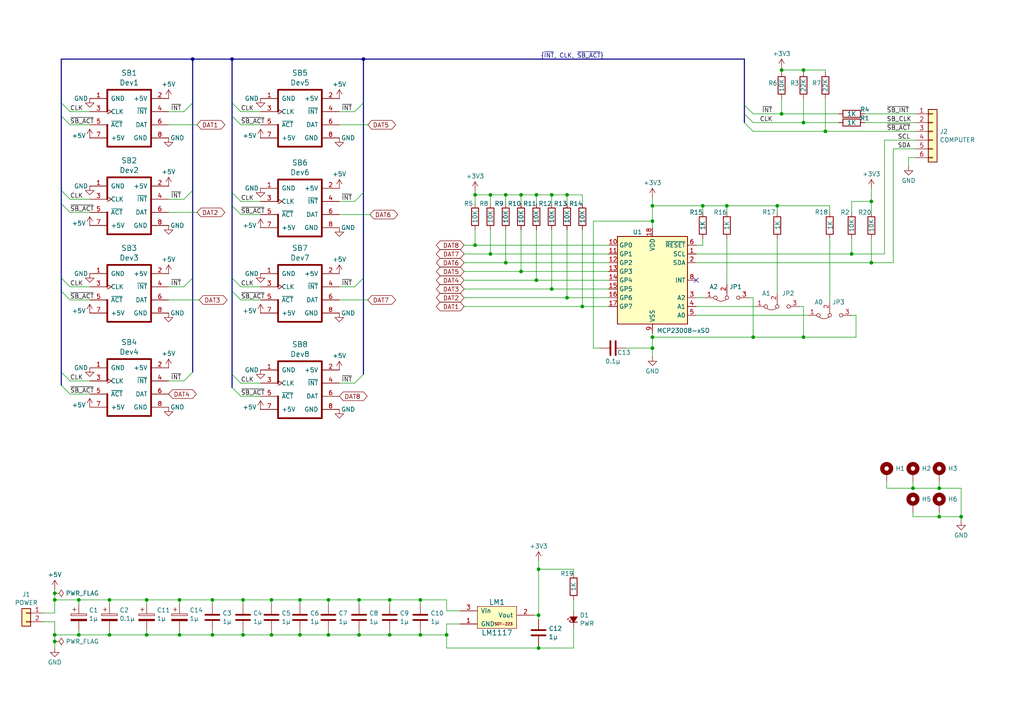
<source format=kicad_sch>
(kicad_sch (version 20250114) (generator "eeschema") (generator_version "9.0")
  (paper "A4")
  (title_block (title "LP Sensor Bus Hub") (date "2025-08-25") (rev "A1") (company "Machina Speculatrix"))
  (junction (at 226.695 20.32))
  (junction (at 189.23 59.69))
  (junction (at 151.13 78.74))
  (junction (at 105.41 17.145))
  (junction (at 146.685 56.515))
  (junction (at 156.21 165.1))
  (junction (at 137.795 56.515))
  (junction (at 247.015 73.66))
  (junction (at 252.73 76.2))
  (junction (at 61.595 184.15))
  (junction (at 168.91 88.9))
  (junction (at 78.74 184.15))
  (junction (at 78.74 173.99))
  (junction (at 95.25 184.15))
  (junction (at 226.695 33.02))
  (junction (at 121.92 173.99))
  (junction (at 15.875 184.15))
  (junction (at 70.485 173.99))
  (junction (at 22.86 173.99))
  (junction (at 104.14 173.99))
  (junction (at 86.995 173.99))
  (junction (at 15.875 172.085))
  (junction (at 42.545 173.99))
  (junction (at 272.415 149.86))
  (junction (at 61.595 173.99))
  (junction (at 155.575 81.28))
  (junction (at 146.685 76.2))
  (junction (at 15.875 173.99))
  (junction (at 225.425 59.69))
  (junction (at 160.02 83.82))
  (junction (at 156.21 178.435))
  (junction (at 137.795 71.12))
  (junction (at 189.23 97.79))
  (junction (at 155.575 56.515))
  (junction (at 95.25 173.99))
  (junction (at 156.21 187.96))
  (junction (at 129.54 184.15))
  (junction (at 121.92 184.15))
  (junction (at 86.995 184.15))
  (junction (at 252.73 58.42))
  (junction (at 272.415 141.605))
  (junction (at 164.465 86.36))
  (junction (at 239.395 38.1))
  (junction (at 218.44 97.79))
  (junction (at 142.24 73.66))
  (junction (at 189.23 64.135))
  (junction (at 113.03 184.15))
  (junction (at 264.795 141.605))
  (junction (at 160.02 56.515))
  (junction (at 52.07 173.99))
  (junction (at 142.24 56.515))
  (junction (at 151.13 56.515))
  (junction (at 104.14 184.15))
  (junction (at 31.75 184.15))
  (junction (at 42.545 184.15))
  (junction (at 233.045 97.79))
  (junction (at 233.045 20.32))
  (junction (at 189.23 100.965))
  (junction (at 15.875 186.055))
  (junction (at 52.07 184.15))
  (junction (at 55.88 17.145))
  (junction (at 67.31 17.145))
  (junction (at 233.045 35.56))
  (junction (at 203.835 59.69))
  (junction (at 278.765 149.86))
  (junction (at 113.03 173.99))
  (junction (at 70.485 184.15))
  (junction (at 164.465 56.515))
  (junction (at 22.86 184.15))
  (junction (at 210.82 59.69))
  (junction (at 31.75 173.99))
  (no_connect (at 201.93 81.28))
  (bus_entry (at 215.9 35.56) (size 2.54 2.54))
  (bus_entry (at 69.85 62.23) (size -2.54 -2.54))
  (bus_entry (at 215.9 30.48) (size 2.54 2.54))
  (bus_entry (at 102.87 32.385) (size 2.54 -2.54))
  (bus_entry (at 69.85 111.125) (size -2.54 -2.54))
  (bus_entry (at 20.32 32.385) (size -2.54 -2.54))
  (bus_entry (at 20.32 61.595) (size -2.54 -2.54))
  (bus_entry (at 215.9 33.02) (size 2.54 2.54))
  (bus_entry (at 20.32 110.49) (size -2.54 -2.54))
  (bus_entry (at 53.34 57.785) (size 2.54 -2.54))
  (bus_entry (at 20.32 86.995) (size -2.54 -2.54))
  (bus_entry (at 53.34 83.185) (size 2.54 -2.54))
  (bus_entry (at 69.85 32.385) (size -2.54 -2.54))
  (bus_entry (at 53.34 110.49) (size 2.54 -2.54))
  (bus_entry (at 53.34 32.385) (size 2.54 -2.54))
  (bus_entry (at 20.32 114.3) (size -2.54 -2.54))
  (bus_entry (at 20.32 57.785) (size -2.54 -2.54))
  (bus_entry (at 20.32 83.185) (size -2.54 -2.54))
  (bus_entry (at 102.87 111.125) (size 2.54 -2.54))
  (bus_entry (at 69.85 114.935) (size -2.54 -2.54))
  (bus_entry (at 69.85 58.42) (size -2.54 -2.54))
  (bus_entry (at 69.85 86.995) (size -2.54 -2.54))
  (bus_entry (at 102.87 58.42) (size 2.54 -2.54))
  (bus_entry (at 20.32 36.195) (size -2.54 -2.54))
  (bus_entry (at 69.85 36.195) (size -2.54 -2.54))
  (bus_entry (at 102.87 83.185) (size 2.54 -2.54))
  (bus_entry (at 69.85 83.185) (size -2.54 -2.54))
  (wire (pts (xy 142.24 56.515) (xy 142.24 59.055)))
  (bus (pts (xy 67.31 17.145) (xy 105.41 17.145)))
  (wire (pts (xy 86.995 182.88) (xy 86.995 184.15)))
  (wire (pts (xy 248.285 91.44) (xy 248.285 97.79)))
  (wire (pts (xy 98.425 58.42) (xy 102.87 58.42)))
  (wire (pts (xy 272.415 148.59) (xy 272.415 149.86)))
  (wire (pts (xy 15.875 184.15) (xy 15.875 186.055)))
  (wire (pts (xy 155.575 81.28) (xy 155.575 66.675)))
  (wire (pts (xy 247.015 61.595) (xy 247.015 58.42)))
  (wire (pts (xy 104.14 182.88) (xy 104.14 184.15)))
  (wire (pts (xy 106.68 36.195) (xy 98.425 36.195)))
  (wire (pts (xy 121.92 184.15) (xy 129.54 184.15)))
  (wire (pts (xy 156.21 162.56) (xy 156.21 165.1)))
  (wire (pts (xy 201.93 71.12) (xy 203.835 71.12)))
  (wire (pts (xy 20.32 83.185) (xy 26.035 83.185)))
  (bus (pts (xy 17.78 107.95) (xy 17.78 111.76)))
  (wire (pts (xy 95.25 182.88) (xy 95.25 184.15)))
  (wire (pts (xy 264.795 141.605) (xy 272.415 141.605)))
  (wire (pts (xy 142.24 73.66) (xy 176.53 73.66)))
  (wire (pts (xy 129.54 180.975) (xy 129.54 184.15)))
  (wire (pts (xy 31.75 182.88) (xy 31.75 184.15)))
  (wire (pts (xy 259.08 76.2) (xy 259.08 43.18)))
  (wire (pts (xy 134.62 78.74) (xy 151.13 78.74)))
  (wire (pts (xy 52.07 184.15) (xy 42.545 184.15)))
  (wire (pts (xy 133.35 180.975) (xy 129.54 180.975)))
  (wire (pts (xy 86.995 173.99) (xy 86.995 175.26)))
  (wire (pts (xy 252.73 76.2) (xy 259.08 76.2)))
  (wire (pts (xy 265.43 45.72) (xy 263.525 45.72)))
  (wire (pts (xy 134.62 88.9) (xy 168.91 88.9)))
  (wire (pts (xy 226.695 20.32) (xy 226.695 20.955)))
  (wire (pts (xy 48.895 57.785) (xy 53.34 57.785)))
  (wire (pts (xy 168.91 56.515) (xy 164.465 56.515)))
  (wire (pts (xy 95.25 173.99) (xy 95.25 175.26)))
  (wire (pts (xy 20.32 86.995) (xy 26.035 86.995)))
  (bus (pts (xy 17.78 55.245) (xy 17.78 59.055)))
  (wire (pts (xy 52.07 173.99) (xy 42.545 173.99)))
  (wire (pts (xy 20.32 32.385) (xy 26.035 32.385)))
  (wire (pts (xy 164.465 56.515) (xy 164.465 59.055)))
  (wire (pts (xy 225.425 59.69) (xy 240.665 59.69)))
  (wire (pts (xy 164.465 56.515) (xy 160.02 56.515)))
  (wire (pts (xy 20.32 57.785) (xy 26.035 57.785)))
  (wire (pts (xy 69.85 62.23) (xy 75.565 62.23)))
  (bus (pts (xy 67.31 108.585) (xy 67.31 112.395)))
  (wire (pts (xy 189.23 96.52) (xy 189.23 97.79)))
  (wire (pts (xy 160.02 56.515) (xy 160.02 59.055)))
  (wire (pts (xy 95.25 184.15) (xy 86.995 184.15)))
  (wire (pts (xy 189.23 59.69) (xy 189.23 64.135)))
  (wire (pts (xy 155.575 56.515) (xy 151.13 56.515)))
  (wire (pts (xy 121.92 182.88) (xy 121.92 184.15)))
  (wire (pts (xy 272.415 141.605) (xy 278.765 141.605)))
  (wire (pts (xy 121.92 173.99) (xy 129.54 173.99)))
  (wire (pts (xy 31.75 173.99) (xy 22.86 173.99)))
  (wire (pts (xy 218.44 86.36) (xy 218.44 97.79)))
  (wire (pts (xy 201.93 88.9) (xy 219.075 88.9)))
  (wire (pts (xy 189.23 64.135) (xy 189.23 66.04)))
  (bus (pts (xy 215.9 17.145) (xy 215.9 30.48)))
  (wire (pts (xy 52.07 182.88) (xy 52.07 184.15)))
  (wire (pts (xy 52.07 173.99) (xy 52.07 175.26)))
  (bus (pts (xy 67.31 33.655) (xy 67.31 55.88)))
  (wire (pts (xy 22.86 184.15) (xy 15.875 184.15)))
  (wire (pts (xy 98.425 111.125) (xy 102.87 111.125)))
  (wire (pts (xy 166.37 173.99) (xy 166.37 177.165)))
  (wire (pts (xy 247.015 69.215) (xy 247.015 73.66)))
  (wire (pts (xy 166.37 187.96) (xy 156.21 187.96)))
  (wire (pts (xy 42.545 173.99) (xy 42.545 175.26)))
  (wire (pts (xy 252.73 58.42) (xy 252.73 61.595)))
  (wire (pts (xy 239.395 20.32) (xy 233.045 20.32)))
  (wire (pts (xy 210.82 59.69) (xy 225.425 59.69)))
  (wire (pts (xy 252.73 54.61) (xy 252.73 58.42)))
  (wire (pts (xy 259.08 43.18) (xy 265.43 43.18)))
  (wire (pts (xy 201.93 91.44) (xy 234.315 91.44)))
  (wire (pts (xy 168.91 59.055) (xy 168.91 56.515)))
  (wire (pts (xy 173.99 100.965) (xy 172.085 100.965)))
  (wire (pts (xy 240.665 61.595) (xy 240.665 59.69)))
  (wire (pts (xy 146.685 56.515) (xy 142.24 56.515)))
  (wire (pts (xy 239.395 38.1) (xy 265.43 38.1)))
  (bus (pts (xy 67.31 17.145) (xy 67.31 29.845)))
  (wire (pts (xy 247.015 58.42) (xy 252.73 58.42)))
  (wire (pts (xy 210.82 59.69) (xy 203.835 59.69)))
  (wire (pts (xy 121.92 173.99) (xy 113.03 173.99)))
  (wire (pts (xy 233.045 20.32) (xy 226.695 20.32)))
  (wire (pts (xy 264.795 139.7) (xy 264.795 141.605)))
  (wire (pts (xy 31.75 173.99) (xy 31.75 175.26)))
  (bus (pts (xy 17.78 80.645) (xy 17.78 84.455)))
  (wire (pts (xy 151.13 78.74) (xy 176.53 78.74)))
  (wire (pts (xy 252.73 69.215) (xy 252.73 76.2)))
  (wire (pts (xy 134.62 71.12) (xy 137.795 71.12)))
  (wire (pts (xy 78.74 182.88) (xy 78.74 184.15)))
  (wire (pts (xy 156.21 165.1) (xy 156.21 178.435)))
  (wire (pts (xy 203.835 71.12) (xy 203.835 69.215)))
  (bus (pts (xy 215.9 33.02) (xy 215.9 35.56)))
  (wire (pts (xy 113.03 173.99) (xy 113.03 175.26)))
  (wire (pts (xy 61.595 182.88) (xy 61.595 184.15)))
  (bus (pts (xy 17.78 29.845) (xy 17.78 33.655)))
  (bus (pts (xy 67.31 80.645) (xy 67.31 84.455)))
  (wire (pts (xy 168.91 88.9) (xy 176.53 88.9)))
  (wire (pts (xy 61.595 173.99) (xy 61.595 175.26)))
  (wire (pts (xy 15.875 186.055) (xy 15.875 187.96)))
  (wire (pts (xy 201.93 73.66) (xy 247.015 73.66)))
  (bus (pts (xy 67.31 84.455) (xy 67.31 108.585)))
  (bus (pts (xy 55.88 29.845) (xy 55.88 55.245)))
  (wire (pts (xy 226.695 28.575) (xy 226.695 33.02)))
  (wire (pts (xy 78.74 173.99) (xy 78.74 175.26)))
  (wire (pts (xy 134.62 76.2) (xy 146.685 76.2)))
  (wire (pts (xy 129.54 187.96) (xy 129.54 184.15)))
  (wire (pts (xy 231.775 88.9) (xy 233.045 88.9)))
  (wire (pts (xy 201.93 76.2) (xy 252.73 76.2)))
  (wire (pts (xy 69.85 58.42) (xy 75.565 58.42)))
  (wire (pts (xy 98.425 32.385) (xy 102.87 32.385)))
  (wire (pts (xy 189.23 97.79) (xy 189.23 100.965)))
  (wire (pts (xy 257.175 141.605) (xy 264.795 141.605)))
  (wire (pts (xy 160.02 83.82) (xy 176.53 83.82)))
  (wire (pts (xy 20.32 61.595) (xy 26.035 61.595)))
  (wire (pts (xy 166.37 165.1) (xy 156.21 165.1)))
  (wire (pts (xy 164.465 86.36) (xy 164.465 66.675)))
  (wire (pts (xy 250.825 33.02) (xy 265.43 33.02)))
  (wire (pts (xy 69.85 83.185) (xy 75.565 83.185)))
  (wire (pts (xy 166.37 182.245) (xy 166.37 187.96)))
  (wire (pts (xy 278.765 141.605) (xy 278.765 149.86)))
  (wire (pts (xy 20.32 110.49) (xy 26.035 110.49)))
  (wire (pts (xy 42.545 182.88) (xy 42.545 184.15)))
  (wire (pts (xy 189.23 100.965) (xy 189.23 103.505)))
  (wire (pts (xy 172.085 100.965) (xy 172.085 64.135)))
  (wire (pts (xy 225.425 69.215) (xy 225.425 85.09)))
  (wire (pts (xy 70.485 173.99) (xy 70.485 175.26)))
  (wire (pts (xy 69.85 114.935) (xy 75.565 114.935)))
  (bus (pts (xy 105.41 80.645) (xy 105.41 55.88)))
  (wire (pts (xy 247.015 91.44) (xy 248.285 91.44)))
  (wire (pts (xy 233.045 20.32) (xy 233.045 20.955)))
  (wire (pts (xy 233.045 88.9) (xy 233.045 97.79)))
  (wire (pts (xy 142.24 73.66) (xy 142.24 66.675)))
  (wire (pts (xy 210.82 61.595) (xy 210.82 59.69)))
  (wire (pts (xy 70.485 184.15) (xy 61.595 184.15)))
  (wire (pts (xy 218.44 35.56) (xy 233.045 35.56)))
  (wire (pts (xy 15.875 180.34) (xy 15.875 184.15)))
  (wire (pts (xy 263.525 45.72) (xy 263.525 48.26)))
  (wire (pts (xy 257.175 139.7) (xy 257.175 141.605)))
  (wire (pts (xy 278.765 149.86) (xy 278.765 151.13)))
  (wire (pts (xy 160.02 56.515) (xy 155.575 56.515)))
  (wire (pts (xy 113.03 182.88) (xy 113.03 184.15)))
  (wire (pts (xy 172.085 64.135) (xy 189.23 64.135)))
  (wire (pts (xy 113.03 173.99) (xy 104.14 173.99)))
  (bus (pts (xy 17.78 33.655) (xy 17.78 55.245)))
  (wire (pts (xy 69.85 86.995) (xy 75.565 86.995)))
  (wire (pts (xy 57.785 86.995) (xy 48.895 86.995)))
  (bus (pts (xy 67.31 17.145) (xy 55.88 17.145)))
  (wire (pts (xy 146.685 56.515) (xy 146.685 59.055)))
  (bus (pts (xy 17.78 84.455) (xy 17.78 107.95)))
  (wire (pts (xy 61.595 173.99) (xy 52.07 173.99)))
  (wire (pts (xy 226.695 19.685) (xy 226.695 20.32)))
  (wire (pts (xy 218.44 97.79) (xy 189.23 97.79)))
  (wire (pts (xy 272.415 139.7) (xy 272.415 141.605)))
  (wire (pts (xy 164.465 86.36) (xy 176.53 86.36)))
  (wire (pts (xy 22.86 182.88) (xy 22.86 184.15)))
  (bus (pts (xy 105.41 17.145) (xy 215.9 17.145)))
  (wire (pts (xy 48.895 32.385) (xy 53.34 32.385)))
  (wire (pts (xy 155.575 56.515) (xy 155.575 59.055)))
  (wire (pts (xy 250.825 35.56) (xy 265.43 35.56)))
  (wire (pts (xy 264.795 148.59) (xy 264.795 149.86)))
  (wire (pts (xy 12.7 180.34) (xy 15.875 180.34)))
  (wire (pts (xy 142.24 56.515) (xy 137.795 56.515)))
  (bus (pts (xy 67.31 55.88) (xy 67.31 59.69)))
  (wire (pts (xy 20.32 36.195) (xy 26.035 36.195)))
  (wire (pts (xy 248.285 97.79) (xy 233.045 97.79)))
  (wire (pts (xy 154.94 178.435) (xy 156.21 178.435)))
  (wire (pts (xy 226.695 33.02) (xy 243.205 33.02)))
  (wire (pts (xy 86.995 173.99) (xy 78.74 173.99)))
  (wire (pts (xy 61.595 184.15) (xy 52.07 184.15)))
  (wire (pts (xy 113.03 184.15) (xy 104.14 184.15)))
  (wire (pts (xy 98.425 83.185) (xy 102.87 83.185)))
  (wire (pts (xy 69.85 32.385) (xy 75.565 32.385)))
  (wire (pts (xy 151.13 78.74) (xy 151.13 66.675)))
  (bus (pts (xy 67.31 29.845) (xy 67.31 33.655)))
  (wire (pts (xy 78.74 184.15) (xy 70.485 184.15)))
  (wire (pts (xy 218.44 33.02) (xy 226.695 33.02)))
  (bus (pts (xy 55.88 17.145) (xy 17.78 17.145)))
  (wire (pts (xy 240.665 69.215) (xy 240.665 87.63)))
  (wire (pts (xy 12.7 177.8) (xy 15.875 177.8)))
  (wire (pts (xy 156.21 187.96) (xy 129.54 187.96)))
  (wire (pts (xy 137.795 56.515) (xy 137.795 59.055)))
  (wire (pts (xy 15.875 177.8) (xy 15.875 173.99)))
  (bus (pts (xy 55.88 80.645) (xy 55.88 107.95)))
  (wire (pts (xy 31.75 184.15) (xy 22.86 184.15)))
  (wire (pts (xy 22.86 173.99) (xy 15.875 173.99)))
  (wire (pts (xy 233.045 35.56) (xy 243.205 35.56)))
  (wire (pts (xy 104.14 173.99) (xy 95.25 173.99)))
  (wire (pts (xy 151.13 56.515) (xy 146.685 56.515)))
  (wire (pts (xy 256.54 40.64) (xy 265.43 40.64)))
  (wire (pts (xy 189.23 57.15) (xy 189.23 59.69)))
  (bus (pts (xy 55.88 17.145) (xy 55.88 29.845)))
  (wire (pts (xy 78.74 173.99) (xy 70.485 173.99)))
  (wire (pts (xy 181.61 100.965) (xy 189.23 100.965)))
  (wire (pts (xy 156.21 178.435) (xy 156.21 179.705)))
  (wire (pts (xy 168.91 88.9) (xy 168.91 66.675)))
  (wire (pts (xy 70.485 182.88) (xy 70.485 184.15)))
  (bus (pts (xy 67.31 59.69) (xy 67.31 80.645)))
  (wire (pts (xy 69.85 36.195) (xy 75.565 36.195)))
  (wire (pts (xy 160.02 83.82) (xy 160.02 66.675)))
  (wire (pts (xy 155.575 81.28) (xy 176.53 81.28)))
  (wire (pts (xy 146.685 76.2) (xy 146.685 66.675)))
  (wire (pts (xy 256.54 73.66) (xy 256.54 40.64)))
  (wire (pts (xy 95.25 173.99) (xy 86.995 173.99)))
  (wire (pts (xy 134.62 86.36) (xy 164.465 86.36)))
  (wire (pts (xy 129.54 177.165) (xy 129.54 173.99)))
  (wire (pts (xy 247.015 73.66) (xy 256.54 73.66)))
  (wire (pts (xy 156.21 187.325) (xy 156.21 187.96)))
  (wire (pts (xy 57.15 36.195) (xy 48.895 36.195)))
  (wire (pts (xy 151.13 56.515) (xy 151.13 59.055)))
  (wire (pts (xy 201.93 86.36) (xy 204.47 86.36)))
  (wire (pts (xy 104.14 184.15) (xy 95.25 184.15)))
  (wire (pts (xy 210.82 69.215) (xy 210.82 82.55)))
  (wire (pts (xy 15.875 172.085) (xy 15.875 173.99)))
  (bus (pts (xy 105.41 55.88) (xy 105.41 29.845)))
  (wire (pts (xy 264.795 149.86) (xy 272.415 149.86)))
  (wire (pts (xy 57.15 61.595) (xy 48.895 61.595)))
  (wire (pts (xy 133.35 177.165) (xy 129.54 177.165)))
  (wire (pts (xy 239.395 20.955) (xy 239.395 20.32)))
  (wire (pts (xy 48.895 83.185) (xy 53.34 83.185)))
  (wire (pts (xy 203.835 59.69) (xy 189.23 59.69)))
  (wire (pts (xy 166.37 166.37) (xy 166.37 165.1)))
  (wire (pts (xy 134.62 83.82) (xy 160.02 83.82)))
  (wire (pts (xy 70.485 173.99) (xy 61.595 173.99)))
  (wire (pts (xy 15.875 170.815) (xy 15.875 172.085)))
  (wire (pts (xy 239.395 28.575) (xy 239.395 38.1)))
  (bus (pts (xy 17.78 59.055) (xy 17.78 80.645)))
  (wire (pts (xy 106.68 86.995) (xy 98.425 86.995)))
  (wire (pts (xy 42.545 173.99) (xy 31.75 173.99)))
  (wire (pts (xy 233.045 28.575) (xy 233.045 35.56)))
  (bus (pts (xy 105.41 108.585) (xy 105.41 80.645)))
  (wire (pts (xy 272.415 149.86) (xy 278.765 149.86)))
  (wire (pts (xy 218.44 38.1) (xy 239.395 38.1)))
  (wire (pts (xy 137.795 55.245) (xy 137.795 56.515)))
  (wire (pts (xy 86.995 184.15) (xy 78.74 184.15)))
  (wire (pts (xy 233.045 97.79) (xy 218.44 97.79)))
  (wire (pts (xy 107.315 62.23) (xy 98.425 62.23)))
  (wire (pts (xy 203.835 61.595) (xy 203.835 59.69)))
  (wire (pts (xy 48.895 110.49) (xy 53.34 110.49)))
  (wire (pts (xy 121.92 184.15) (xy 113.03 184.15)))
  (wire (pts (xy 134.62 73.66) (xy 142.24 73.66)))
  (wire (pts (xy 104.14 173.99) (xy 104.14 175.26)))
  (bus (pts (xy 55.88 55.245) (xy 55.88 80.645)))
  (wire (pts (xy 217.17 86.36) (xy 218.44 86.36)))
  (wire (pts (xy 20.32 114.3) (xy 26.035 114.3)))
  (bus (pts (xy 215.9 30.48) (xy 215.9 33.02)))
  (wire (pts (xy 176.53 71.12) (xy 137.795 71.12)))
  (wire (pts (xy 146.685 76.2) (xy 176.53 76.2)))
  (bus (pts (xy 105.41 29.845) (xy 105.41 17.145)))
  (wire (pts (xy 22.86 173.99) (xy 22.86 175.26)))
  (wire (pts (xy 137.795 66.675) (xy 137.795 71.12)))
  (wire (pts (xy 225.425 61.595) (xy 225.425 59.69)))
  (wire (pts (xy 134.62 81.28) (xy 155.575 81.28)))
  (wire (pts (xy 69.85 111.125) (xy 75.565 111.125)))
  (wire (pts (xy 121.92 173.99) (xy 121.92 175.26)))
  (bus (pts (xy 17.78 17.145) (xy 17.78 29.845)))
  (wire (pts (xy 42.545 184.15) (xy 31.75 184.15)))
  (label "~{INT}" (at 49.53 83.185 0))
  (label "~{INT}" (at 220.98 33.02 0))
  (label "~{SB_ACT}" (at 257.175 38.1 0))
  (label "~{INT}" (at 49.53 110.49 0))
  (label "CLK" (at 20.32 83.185 0))
  (label "~{SB_ACT}" (at 69.85 62.23 0))
  (label "CLK" (at 69.85 32.385 0))
  (label "SDA" (at 260.35 43.18 0))
  (label "~{SB_ACT}" (at 69.85 86.995 0))
  (label "~{SB_ACT}" (at 69.85 36.195 0))
  (label "~{INT}" (at 99.06 83.185 0))
  (label "~{SB_ACT}" (at 69.85 114.935 0))
  (label "CLK" (at 69.85 83.185 0))
  (label "~{SB_ACT}" (at 20.32 114.3 0))
  (label "CLK" (at 69.85 58.42 0))
  (label "~{SB_INT}" (at 257.175 33.02 0))
  (label "CLK" (at 20.32 57.785 0))
  (label "CLK" (at 20.32 110.49 0))
  (label "CLK" (at 220.345 35.56 0))
  (label "~{SB_ACT}" (at 20.32 61.595 0))
  (label "~{SB_ACT}" (at 20.32 36.195 0))
  (label "~{INT}" (at 99.06 32.385 0))
  (label "~{INT}" (at 99.06 58.42 0))
  (label "SCL" (at 260.35 40.64 0))
  (label "~{SB_ACT}" (at 20.32 86.995 0))
  (label "SB_CLK" (at 257.175 35.56 0))
  (label "~{INT}" (at 99.06 111.125 0))
  (label "CLK" (at 69.85 111.125 0))
  (label "~{INT}" (at 49.53 57.785 0))
  (label "{~{INT}, CLK, ~{SB_ACT}}" (at 156.845 17.145 0))
  (label "CLK" (at 20.32 32.385 0))
  (label "~{INT}" (at 49.53 32.385 0))
  (global_label "DAT2" (shape bidirectional) (at 134.62 86.36 180) (property "Intersheetrefs" "${INTERSHEET_REFS}" (effects (hide yes))))
  (global_label "DAT6" (shape bidirectional) (at 134.62 76.2 180) (property "Intersheetrefs" "${INTERSHEET_REFS}" (effects (hide yes))))
  (global_label "DAT4" (shape bidirectional) (at 48.895 114.3 0) (property "Intersheetrefs" "${INTERSHEET_REFS}" (effects (hide yes))))
  (global_label "DAT5" (shape bidirectional) (at 134.62 78.74 180) (property "Intersheetrefs" "${INTERSHEET_REFS}" (effects (hide yes))))
  (global_label "DAT5" (shape bidirectional) (at 106.68 36.195 0) (property "Intersheetrefs" "${INTERSHEET_REFS}" (effects (hide yes))))
  (global_label "DAT8" (shape bidirectional) (at 98.425 114.935 0) (property "Intersheetrefs" "${INTERSHEET_REFS}" (effects (hide yes))))
  (global_label "DAT8" (shape bidirectional) (at 134.62 71.12 180) (property "Intersheetrefs" "${INTERSHEET_REFS}" (effects (hide yes))))
  (global_label "DAT3" (shape bidirectional) (at 134.62 83.82 180) (property "Intersheetrefs" "${INTERSHEET_REFS}" (effects (hide yes))))
  (global_label "DAT7" (shape bidirectional) (at 134.62 73.66 180) (property "Intersheetrefs" "${INTERSHEET_REFS}" (effects (hide yes))))
  (global_label "DAT1" (shape bidirectional) (at 134.62 88.9 180) (property "Intersheetrefs" "${INTERSHEET_REFS}" (effects (hide yes))))
  (global_label "DAT1" (shape bidirectional) (at 57.15 36.195 0) (property "Intersheetrefs" "${INTERSHEET_REFS}" (effects (hide yes))))
  (global_label "DAT4" (shape bidirectional) (at 134.62 81.28 180) (property "Intersheetrefs" "${INTERSHEET_REFS}" (effects (hide yes))))
  (global_label "DAT3" (shape bidirectional) (at 57.785 86.995 0) (property "Intersheetrefs" "${INTERSHEET_REFS}" (effects (hide yes))))
  (global_label "DAT2" (shape bidirectional) (at 57.15 61.595 0) (property "Intersheetrefs" "${INTERSHEET_REFS}" (effects (hide yes))))
  (global_label "DAT7" (shape bidirectional) (at 106.68 86.995 0) (property "Intersheetrefs" "${INTERSHEET_REFS}" (effects (hide yes))))
  (global_label "DAT6" (shape bidirectional) (at 107.315 62.23 0) (property "Intersheetrefs" "${INTERSHEET_REFS}" (effects (hide yes))))
  (symbol (lib_id "power:+3V3") (at 75.565 90.805 0) (unit 1)
    (property "Reference" "#PWR036" (effects (hide yes)))
    (property "Value" "+5V" (at 72.39 90.17 0))
    (property "Description" "Power symbol creates a global label with name \"+3V3\"" (effects (hide yes)))
  )
  (symbol (lib_id "power:GND") (at 26.035 106.68 0) (unit 1)
    (property "Reference" "#PWR023" (effects (hide yes)))
    (property "Value" "GND" (at 23.495 106.68 0))
    (property "Description" "Power symbol creates a global label with name \"GND\" , ground" (effects (hide yes)))
  )
  (symbol (lib_id "Device:R") (at 137.795 62.865 180) (unit 1)
    (property "Reference" "R5" (at 135.89 59.055 0))
    (property "Value" "10K" (at 137.795 62.865 90))
    (property "Footprint" "MS_Favourites:Resistor_SMD_1206_HandSolder" (effects (hide yes)))
    (property "Description" "Resistor" (effects (hide yes)))
  )
  (symbol (lib_id "Device:R") (at 247.015 35.56 90) (unit 1)
    (property "Reference" "R1" (at 250.825 34.29 90))
    (property "Value" "1K" (at 247.015 35.56 90))
    (property "Footprint" "MS_Favourites:Resistor_SMD_1206_HandSolder" (effects (hide yes)))
    (property "Description" "Resistor" (effects (hide yes)))
  )
  (symbol (lib_id "Device:R") (at 247.015 33.02 90) (unit 1)
    (property "Reference" "R4" (at 250.825 31.75 90))
    (property "Value" "1K" (at 247.015 33.02 90))
    (property "Footprint" "MS_Favourites:Resistor_SMD_1206_HandSolder" (effects (hide yes)))
    (property "Description" "Resistor" (effects (hide yes)))
  )
  (symbol (lib_id "power:+3V3") (at 26.035 65.405 0) (unit 1)
    (property "Reference" "#PWR016" (effects (hide yes)))
    (property "Value" "+5V" (at 22.86 64.77 0))
    (property "Description" "Power symbol creates a global label with name \"+3V3\"" (effects (hide yes)))
  )
  (symbol (lib_id "power:PWR_FLAG") (at 15.875 172.085 270) (unit 1)
    (property "Reference" "#FLG01" (effects (hide yes)))
    (property "Value" "PWR_FLAG" (at 19.05 172.085 90) (effects (justify left)))
    (property "Description" "Special symbol for telling ERC where power comes from" (effects (hide yes)))
  )
  (symbol (lib_id "Device:C_Polarized") (at 42.545 179.07 0) (unit 1)
    (property "Reference" "C11" (at 45.466 176.9688 0) (effects (justify left)))
    (property "Value" "1µ" (at 45.466 179.3931 0) (effects (justify left)))
    (property "Footprint" "MS_Favourites:Cap_THT_1µF_polarised" (effects (hide yes)))
    (property "Description" "Polarized capacitor" (effects (hide yes)))
  )
  (symbol (lib_id "Device:R") (at 168.91 62.865 180) (unit 1)
    (property "Reference" "R14" (at 167.005 59.055 0))
    (property "Value" "10K" (at 168.91 62.865 90))
    (property "Footprint" "MS_Favourites:Resistor_SMD_1206_HandSolder" (effects (hide yes)))
    (property "Description" "Resistor" (effects (hide yes)))
  )
  (symbol (lib_id "power:+3V3") (at 98.425 28.575 0) (unit 1)
    (property "Reference" "#PWR029" (effects (hide yes)))
    (property "Value" "+5V" (at 98.425 24.4419 0))
    (property "Description" "Power symbol creates a global label with name \"+3V3\"" (effects (hide yes)))
  )
  (symbol (lib_id "MS_Conn:LP_Sensor_Bus_IDC_8") (at 86.995 31.115 0) (unit 1)
    (property "Reference" "SB5" (at 86.995 21.1506 0) (effects (font (size 1.524 1.524))))
    (property "Value" "Dev5" (at 86.995 23.9835 0) (effects (font (size 1.524 1.524))))
    (property "Footprint" "MS_Connectors:SensorBus_2x04_P2.54mm_Vertical" (effects (hide yes)))
    (property "Description" "Lares Primus Sensor Bus 6-pin IDE header" (effects (hide yes)))
  )
  (symbol (lib_id "power:+3V3") (at 48.895 106.68 0) (unit 1)
    (property "Reference" "#PWR025" (effects (hide yes)))
    (property "Value" "+5V" (at 48.895 102.5469 0))
    (property "Description" "Power symbol creates a global label with name \"+3V3\"" (effects (hide yes)))
  )
  (symbol (lib_id "MS_Conn:LP_Sensor_Bus_IDC_8") (at 86.995 57.15 0) (unit 1)
    (property "Reference" "SB6" (at 86.995 47.1856 0) (effects (font (size 1.524 1.524))))
    (property "Value" "Dev6" (at 86.995 50.0185 0) (effects (font (size 1.524 1.524))))
    (property "Footprint" "MS_Connectors:SensorBus_2x04_P2.54mm_Vertical" (effects (hide yes)))
    (property "Description" "Lares Primus Sensor Bus 6-pin IDE header" (effects (hide yes)))
  )
  (symbol (lib_id "Device:C") (at 177.8 100.965 90) (unit 1)
    (property "Reference" "C13" (at 180.975 102.235 90))
    (property "Value" "0.1µ" (at 177.8 104.775 90))
    (property "Footprint" "Capacitor_SMD:C_1206_3216Metric_Pad1.33x1.80mm_HandSolder" (effects (hide yes)))
    (property "Description" "Unpolarized capacitor" (effects (hide yes)))
  )
  (symbol (lib_id "Mechanical:MountingHole_Pad") (at 257.175 137.16 0) (unit 1) (in_bom no)
    (property "Reference" "H1" (at 259.715 135.89 0) (effects (justify left)))
    (property "Value" "MountingHole_Pad" (effects (hide yes)))
    (property "Footprint" "MS_Favourites:MountingHole_M3_Pad" (effects (hide yes)))
    (property "Description" "Mounting Hole with connection" (effects (hide yes)))
  )
  (symbol (lib_id "power:GND") (at 189.23 103.505 0) (unit 1)
    (property "Reference" "#PWR09" (effects (hide yes)))
    (property "Value" "GND" (at 189.23 107.6381 0))
    (property "Description" "Power symbol creates a global label with name \"GND\" , ground" (effects (hide yes)))
  )
  (symbol (lib_id "Device:C") (at 70.485 179.07 0) (unit 1)
    (property "Reference" "C4" (at 73.406 177.8578 0) (effects (justify left)))
    (property "Value" "1µ" (at 73.406 180.2821 0) (effects (justify left)))
    (property "Footprint" "Capacitor_SMD:C_1206_3216Metric_Pad1.33x1.80mm_HandSolder" (effects (hide yes)))
    (property "Description" "Unpolarized capacitor" (effects (hide yes)))
  )
  (symbol (lib_id "MS_Conn:LP_Sensor_Bus_IDC_8") (at 37.465 56.515 0) (unit 1)
    (property "Reference" "SB2" (at 37.465 46.5506 0) (effects (font (size 1.524 1.524))))
    (property "Value" "Dev2" (at 37.465 49.3835 0) (effects (font (size 1.524 1.524))))
    (property "Footprint" "MS_Connectors:SensorBus_2x04_P2.54mm_Vertical" (effects (hide yes)))
    (property "Description" "Lares Primus Sensor Bus 6-pin IDE header" (effects (hide yes)))
  )
  (symbol (lib_id "power:+3V3") (at 48.895 79.375 0) (unit 1)
    (property "Reference" "#PWR021" (effects (hide yes)))
    (property "Value" "+5V" (at 48.895 75.2419 0))
    (property "Description" "Power symbol creates a global label with name \"+3V3\"" (effects (hide yes)))
  )
  (symbol (lib_id "Mechanical:MountingHole_Pad") (at 264.795 137.16 0) (unit 1) (in_bom no)
    (property "Reference" "H2" (at 267.335 135.89 0) (effects (justify left)))
    (property "Value" "MountingHole_Pad" (effects (hide yes)))
    (property "Footprint" "MS_Favourites:MountingHole_M3_Pad" (effects (hide yes)))
    (property "Description" "Mounting Hole with connection" (effects (hide yes)))
  )
  (symbol (lib_id "power:+3V3") (at 226.695 19.685 0) (unit 1)
    (property "Reference" "#PWR05" (effects (hide yes)))
    (property "Value" "+3V3" (at 226.695 15.5519 0))
    (property "Description" "Power symbol creates a global label with name \"+3V3\"" (effects (hide yes)))
  )
  (symbol (lib_id "Device:R") (at 240.665 65.405 180) (unit 1)
    (property "Reference" "R18" (at 238.257 61.5172 0))
    (property "Value" "1K" (at 240.797 65.3272 90))
    (property "Footprint" "MS_Favourites:Resistor_SMD_1206_HandSolder" (effects (hide yes)))
    (property "Description" "Resistor" (effects (hide yes)))
  )
  (symbol (lib_id "Mechanical:MountingHole_Pad") (at 264.795 146.05 0) (unit 1) (in_bom no)
    (property "Reference" "H5" (at 267.335 144.78 0) (effects (justify left)))
    (property "Value" "MountingHole_Pad" (effects (hide yes)))
    (property "Footprint" "MS_Favourites:MountingHole_M3_Pad" (effects (hide yes)))
    (property "Description" "Mounting Hole with connection" (effects (hide yes)))
  )
  (symbol (lib_id "power:+3V3") (at 98.425 54.61 0) (unit 1)
    (property "Reference" "#PWR033" (effects (hide yes)))
    (property "Value" "+5V" (at 98.425 50.4769 0))
    (property "Description" "Power symbol creates a global label with name \"+3V3\"" (effects (hide yes)))
  )
  (symbol (lib_id "power:+3V3") (at 98.425 107.315 0) (unit 1)
    (property "Reference" "#PWR041" (effects (hide yes)))
    (property "Value" "+5V" (at 98.425 103.1819 0))
    (property "Description" "Power symbol creates a global label with name \"+3V3\"" (effects (hide yes)))
  )
  (symbol (lib_id "power:+3V3") (at 137.795 55.245 0) (unit 1)
    (property "Reference" "#PWR07" (effects (hide yes)))
    (property "Value" "+3V3" (at 137.795 51.1119 0))
    (property "Description" "Power symbol creates a global label with name \"+3V3\"" (effects (hide yes)))
  )
  (symbol (lib_id "Device:C") (at 78.74 179.07 0) (unit 1)
    (property "Reference" "C5" (at 81.661 177.8578 0) (effects (justify left)))
    (property "Value" "1µ" (at 81.661 180.2821 0) (effects (justify left)))
    (property "Footprint" "Capacitor_SMD:C_1206_3216Metric_Pad1.33x1.80mm_HandSolder" (effects (hide yes)))
    (property "Description" "Unpolarized capacitor" (effects (hide yes)))
  )
  (symbol (lib_id "power:GND") (at 48.895 40.005 0) (unit 1)
    (property "Reference" "#PWR018" (effects (hide yes)))
    (property "Value" "GND" (at 51.435 40.005 0))
    (property "Description" "Power symbol creates a global label with name \"GND\" , ground" (effects (hide yes)))
  )
  (symbol (lib_id "Device:R") (at 164.465 62.865 180) (unit 1)
    (property "Reference" "R13" (at 162.56 59.055 0))
    (property "Value" "10K" (at 164.465 62.865 90))
    (property "Footprint" "MS_Favourites:Resistor_SMD_1206_HandSolder" (effects (hide yes)))
    (property "Description" "Resistor" (effects (hide yes)))
  )
  (symbol (lib_id "Interface_Expansion:MCP23008-xSO") (at 189.23 81.28 0) (mirror y) (unit 1)
    (property "Reference" "U1" (at 183.515 67.31 0) (effects (justify right)))
    (property "Value" "MCP23008-xSO" (at 190.5 95.885 0) (effects (justify right)))
    (property "Footprint" "Package_SO:SOIC-18W_7.5x11.6mm_P1.27mm" (effects (hide yes)))
    (property "Datasheet" "http://ww1.microchip.com/downloads/en/DeviceDoc/MCP23008-MCP23S08-Data-Sheet-20001919F.pdf" (effects (hide yes)))
    (property "Description" "8-bit I/O expander, I2C, interrupts, SOIC-18" (effects (hide yes)))
  )
  (symbol (lib_id "Device:R") (at 203.835 65.405 180) (unit 1)
    (property "Reference" "R15" (at 201.93 61.595 0))
    (property "Value" "1K" (at 203.835 65.405 90))
    (property "Footprint" "MS_Favourites:Resistor_SMD_1206_HandSolder" (effects (hide yes)))
    (property "Description" "Resistor" (effects (hide yes)))
  )
  (symbol (lib_id "Device:R") (at 142.24 62.865 180) (unit 1)
    (property "Reference" "R8" (at 140.335 59.055 0))
    (property "Value" "10K" (at 142.24 62.865 90))
    (property "Footprint" "MS_Favourites:Resistor_SMD_1206_HandSolder" (effects (hide yes)))
    (property "Description" "Resistor" (effects (hide yes)))
  )
  (symbol (lib_id "power:+3V3") (at 48.895 53.975 0) (unit 1)
    (property "Reference" "#PWR015" (effects (hide yes)))
    (property "Value" "+5V" (at 48.895 49.8419 0))
    (property "Description" "Power symbol creates a global label with name \"+3V3\"" (effects (hide yes)))
  )
  (symbol (lib_id "Device:C") (at 156.21 183.515 0) (unit 1)
    (property "Reference" "C12" (at 159.131 182.3028 0) (effects (justify left)))
    (property "Value" "1µ" (at 159.131 184.7271 0) (effects (justify left)))
    (property "Footprint" "MS_Favourites:Cap_THT_1µF_polarised" (effects (hide yes)))
    (property "Description" "Unpolarized capacitor" (effects (hide yes)))
  )
  (symbol (lib_id "Device:R") (at 151.13 62.865 180) (unit 1)
    (property "Reference" "R10" (at 149.225 59.055 0))
    (property "Value" "10K" (at 151.13 62.865 90))
    (property "Footprint" "MS_Favourites:Resistor_SMD_1206_HandSolder" (effects (hide yes)))
    (property "Description" "Resistor" (effects (hide yes)))
  )
  (symbol (lib_id "power:GND") (at 48.895 65.405 0) (unit 1)
    (property "Reference" "#PWR013" (effects (hide yes)))
    (property "Value" "GND" (at 51.435 65.405 0))
    (property "Description" "Power symbol creates a global label with name \"GND\" , ground" (effects (hide yes)))
  )
  (symbol (lib_id "power:GND") (at 75.565 54.61 0) (unit 1)
    (property "Reference" "#PWR031" (effects (hide yes)))
    (property "Value" "GND" (at 73.025 54.61 0))
    (property "Description" "Power symbol creates a global label with name \"GND\" , ground" (effects (hide yes)))
  )
  (symbol (lib_id "Device:LED_Small_Filled") (at 166.37 179.705 90) (unit 1)
    (property "Reference" "D1" (at 168.148 178.4293 90) (effects (justify right)))
    (property "Value" "PWR" (at 168.148 180.8536 90) (effects (justify right)))
    (property "Footprint" "MS_Favourites:LED_1206_SMD" (effects (hide yes)))
    (property "Description" "Light emitting diode, small symbol, filled shape" (effects (hide yes)))
    (property "Sim.Pins" "1=K 2=A" (effects (hide yes)))
  )
  (symbol (lib_id "power:+3V3") (at 48.895 28.575 0) (unit 1)
    (property "Reference" "#PWR017" (effects (hide yes)))
    (property "Value" "+5V" (at 48.895 24.4419 0))
    (property "Description" "Power symbol creates a global label with name \"+3V3\"" (effects (hide yes)))
  )
  (symbol (lib_id "power:+3V3") (at 75.565 40.005 0) (unit 1)
    (property "Reference" "#PWR028" (effects (hide yes)))
    (property "Value" "+5V" (at 72.39 39.37 0))
    (property "Description" "Power symbol creates a global label with name \"+3V3\"" (effects (hide yes)))
  )
  (symbol (lib_id "power:+3V3") (at 252.73 54.61 0) (unit 1)
    (property "Reference" "#PWR012" (effects (hide yes)))
    (property "Value" "+3V3" (at 252.73 50.4769 0))
    (property "Description" "Power symbol creates a global label with name \"+3V3\"" (effects (hide yes)))
  )
  (symbol (lib_id "Connector_Generic:Conn_01x06") (at 270.51 38.1 0) (unit 1)
    (property "Reference" "J2" (at 272.542 38.1578 0) (effects (justify left)))
    (property "Value" "COMPUTER" (at 272.542 40.5821 0) (effects (justify left)))
    (property "Footprint" "Connector_PinHeader_2.54mm:PinHeader_1x06_P2.54mm_Horizontal" (effects (hide yes)))
    (property "Description" "Generic connector, single row, 01x06, script generated (kicad-library-utils/schlib/autogen/connector/)" (effects (hide yes)))
  )
  (symbol (lib_id "Device:C_Polarized") (at 22.86 179.07 0) (unit 1)
    (property "Reference" "C1" (at 25.781 176.9688 0) (effects (justify left)))
    (property "Value" "1µ" (at 25.781 179.3931 0) (effects (justify left)))
    (property "Footprint" "MS_Favourites:Cap_THT_1µF_polarised" (effects (hide yes)))
    (property "Description" "Polarized capacitor" (effects (hide yes)))
  )
  (symbol (lib_id "power:+3V3") (at 75.565 66.04 0) (unit 1)
    (property "Reference" "#PWR032" (effects (hide yes)))
    (property "Value" "+5V" (at 72.39 65.405 0))
    (property "Description" "Power symbol creates a global label with name \"+3V3\"" (effects (hide yes)))
  )
  (symbol (lib_id "power:+3V3") (at 156.21 162.56 0) (unit 1)
    (property "Reference" "#PWR06" (effects (hide yes)))
    (property "Value" "+3V3" (at 156.21 158.4269 0))
    (property "Description" "Power symbol creates a global label with name \"+3V3\"" (effects (hide yes)))
  )
  (symbol (lib_id "Jumper:Jumper_3_Bridged12") (at 210.82 86.36 0) (mirror x) (unit 1) (in_bom no)
    (property "Reference" "JP1" (at 213.36 83.185 0))
    (property "Value" "A2" (at 207.01 83.185 0))
    (property "Footprint" "Connector_PinHeader_2.54mm:PinHeader_1x03_P2.54mm_Vertical" (effects (hide yes)))
    (property "Description" "Jumper, 3-pole, pins 1+2 closed/bridged" (effects (hide yes)))
  )
  (symbol (lib_id "Device:C") (at 61.595 179.07 0) (unit 1)
    (property "Reference" "C3" (at 64.516 177.8578 0) (effects (justify left)))
    (property "Value" "1µ" (at 64.516 180.2821 0) (effects (justify left)))
    (property "Footprint" "Capacitor_SMD:C_1206_3216Metric_Pad1.33x1.80mm_HandSolder" (effects (hide yes)))
    (property "Description" "Unpolarized capacitor" (effects (hide yes)))
  )
  (symbol (lib_id "power:GND") (at 98.425 90.805 0) (unit 1)
    (property "Reference" "#PWR038" (effects (hide yes)))
    (property "Value" "GND" (at 100.965 90.805 0))
    (property "Description" "Power symbol creates a global label with name \"GND\" , ground" (effects (hide yes)))
  )
  (symbol (lib_id "Jumper:Jumper_3_Bridged12") (at 225.425 88.9 0) (mirror x) (unit 1) (in_bom no)
    (property "Reference" "JP2" (at 228.6 85.09 0))
    (property "Value" "A1" (at 222.25 85.09 0))
    (property "Footprint" "Connector_PinHeader_2.54mm:PinHeader_1x03_P2.54mm_Vertical" (effects (hide yes)))
    (property "Description" "Jumper, 3-pole, pins 1+2 closed/bridged" (effects (hide yes)))
  )
  (symbol (lib_id "Mechanical:MountingHole_Pad") (at 272.415 137.16 0) (unit 1) (in_bom no)
    (property "Reference" "H3" (at 274.955 135.89 0) (effects (justify left)))
    (property "Value" "MountingHole_Pad" (effects (hide yes)))
    (property "Footprint" "MS_Favourites:MountingHole_M3_Pad" (effects (hide yes)))
    (property "Description" "Mounting Hole with connection" (effects (hide yes)))
  )
  (symbol (lib_id "Device:R") (at 239.395 24.765 180) (unit 1)
    (property "Reference" "R7" (at 236.855 24.13 0))
    (property "Value" "22K" (at 239.395 24.765 90))
    (property "Footprint" "MS_Favourites:Resistor_SMD_1206_HandSolder" (effects (hide yes)))
    (property "Description" "Resistor" (effects (hide yes)))
  )
  (symbol (lib_id "Device:C") (at 121.92 179.07 0) (unit 1)
    (property "Reference" "C10" (at 124.841 177.8578 0) (effects (justify left)))
    (property "Value" "1µ" (at 124.841 180.2821 0) (effects (justify left)))
    (property "Footprint" "Capacitor_SMD:C_1206_3216Metric_Pad1.33x1.80mm_HandSolder" (effects (hide yes)))
    (property "Description" "Unpolarized capacitor" (effects (hide yes)))
  )
  (symbol (lib_id "Connector_Generic:Conn_01x02") (at 7.62 177.8 0) (mirror y) (unit 1)
    (property "Reference" "J1" (at 7.62 172.3855 0))
    (property "Value" "POWER" (at 7.62 174.8098 0))
    (property "Footprint" "Connector_PinHeader_2.54mm:PinHeader_1x02_P2.54mm_Vertical" (effects (hide yes)))
    (property "Description" "Generic connector, single row, 01x02, script generated (kicad-library-utils/schlib/autogen/connector/)" (effects (hide yes)))
  )
  (symbol (lib_id "power:GND") (at 98.425 118.745 0) (unit 1)
    (property "Reference" "#PWR042" (effects (hide yes)))
    (property "Value" "GND" (at 100.965 118.745 0))
    (property "Description" "Power symbol creates a global label with name \"GND\" , ground" (effects (hide yes)))
  )
  (symbol (lib_id "Mechanical:MountingHole_Pad") (at 272.415 146.05 0) (unit 1) (in_bom no)
    (property "Reference" "H6" (at 274.955 144.78 0) (effects (justify left)))
    (property "Value" "MountingHole_Pad" (effects (hide yes)))
    (property "Footprint" "MS_Favourites:MountingHole_M3_Pad" (effects (hide yes)))
    (property "Description" "Mounting Hole with connection" (effects (hide yes)))
  )
  (symbol (lib_id "Device:C") (at 113.03 179.07 0) (unit 1)
    (property "Reference" "C9" (at 115.951 177.8578 0) (effects (justify left)))
    (property "Value" "1µ" (at 115.951 180.2821 0) (effects (justify left)))
    (property "Footprint" "Capacitor_SMD:C_1206_3216Metric_Pad1.33x1.80mm_HandSolder" (effects (hide yes)))
    (property "Description" "Unpolarized capacitor" (effects (hide yes)))
  )
  (symbol (lib_id "Device:R") (at 247.015 65.405 180) (unit 1)
    (property "Reference" "R2" (at 245.11 61.595 0))
    (property "Value" "10K" (at 247.015 65.405 90))
    (property "Footprint" "MS_Favourites:Resistor_SMD_1206_HandSolder" (effects (hide yes)))
    (property "Description" "Resistor" (effects (hide yes)))
  )
  (symbol (lib_id "Device:R") (at 226.695 24.765 180) (unit 1)
    (property "Reference" "R6" (at 224.155 24.13 0))
    (property "Value" "10K" (at 226.695 24.765 90))
    (property "Footprint" "MS_Favourites:Resistor_SMD_1206_HandSolder" (effects (hide yes)))
    (property "Description" "Resistor" (effects (hide yes)))
  )
  (symbol (lib_id "MS_Conn:LP_Sensor_Bus_IDC_8") (at 37.465 109.22 0) (unit 1)
    (property "Reference" "SB4" (at 37.465 99.2556 0) (effects (font (size 1.524 1.524))))
    (property "Value" "Dev4" (at 37.465 102.0885 0) (effects (font (size 1.524 1.524))))
    (property "Footprint" "MS_Connectors:SensorBus_2x04_P2.54mm_Vertical" (effects (hide yes)))
    (property "Description" "Lares Primus Sensor Bus 6-pin IDE header" (effects (hide yes)))
  )
  (symbol (lib_id "power:+3V3") (at 98.425 79.375 0) (unit 1)
    (property "Reference" "#PWR037" (effects (hide yes)))
    (property "Value" "+5V" (at 98.425 75.2419 0))
    (property "Description" "Power symbol creates a global label with name \"+3V3\"" (effects (hide yes)))
  )
  (symbol (lib_id "Jumper:Jumper_3_Bridged12") (at 240.665 91.44 0) (mirror x) (unit 1) (in_bom no)
    (property "Reference" "JP3" (at 243.205 87.63 0))
    (property "Value" "A0" (at 237.49 87.63 0))
    (property "Footprint" "Connector_PinHeader_2.54mm:PinHeader_1x03_P2.54mm_Vertical" (effects (hide yes)))
    (property "Description" "Jumper, 3-pole, pins 1+2 closed/bridged" (effects (hide yes)))
  )
  (symbol (lib_id "Device:R") (at 233.045 24.765 180) (unit 1)
    (property "Reference" "R3" (at 230.505 24.13 0))
    (property "Value" "22K" (at 233.045 24.765 90))
    (property "Footprint" "MS_Favourites:Resistor_SMD_1206_HandSolder" (effects (hide yes)))
    (property "Description" "Resistor" (effects (hide yes)))
  )
  (symbol (lib_id "power:GND") (at 26.035 53.975 0) (unit 1)
    (property "Reference" "#PWR014" (effects (hide yes)))
    (property "Value" "GND" (at 23.495 53.975 0))
    (property "Description" "Power symbol creates a global label with name \"GND\" , ground" (effects (hide yes)))
  )
  (symbol (lib_id "MS_Conn:LP_Sensor_Bus_IDC_8") (at 37.465 81.915 0) (unit 1)
    (property "Reference" "SB3" (at 37.465 71.9506 0) (effects (font (size 1.524 1.524))))
    (property "Value" "Dev3" (at 37.465 74.7835 0) (effects (font (size 1.524 1.524))))
    (property "Footprint" "MS_Connectors:SensorBus_2x04_P2.54mm_Vertical" (effects (hide yes)))
    (property "Description" "Lares Primus Sensor Bus 6-pin IDE header" (effects (hide yes)))
  )
  (symbol (lib_id "power:GND") (at 26.035 28.575 0) (unit 1)
    (property "Reference" "#PWR01" (effects (hide yes)))
    (property "Value" "GND" (at 23.495 28.575 0))
    (property "Description" "Power symbol creates a global label with name \"GND\" , ground" (effects (hide yes)))
  )
  (symbol (lib_id "power:+3V3") (at 26.035 90.805 0) (unit 1)
    (property "Reference" "#PWR020" (effects (hide yes)))
    (property "Value" "+5V" (at 22.86 90.17 0))
    (property "Description" "Power symbol creates a global label with name \"+3V3\"" (effects (hide yes)))
  )
  (symbol (lib_id "Device:C") (at 95.25 179.07 0) (unit 1)
    (property "Reference" "C7" (at 98.171 177.8578 0) (effects (justify left)))
    (property "Value" "1µ" (at 98.171 180.2821 0) (effects (justify left)))
    (property "Footprint" "Capacitor_SMD:C_1206_3216Metric_Pad1.33x1.80mm_HandSolder" (effects (hide yes)))
    (property "Description" "Unpolarized capacitor" (effects (hide yes)))
  )
  (symbol (lib_id "power:GND") (at 26.035 79.375 0) (unit 1)
    (property "Reference" "#PWR019" (effects (hide yes)))
    (property "Value" "GND" (at 23.495 79.375 0))
    (property "Description" "Power symbol creates a global label with name \"GND\" , ground" (effects (hide yes)))
  )
  (symbol (lib_id "MS_Conn:LP_Sensor_Bus_IDC_8") (at 37.465 31.115 0) (unit 1)
    (property "Reference" "SB1" (at 37.465 21.1506 0) (effects (font (size 1.524 1.524))))
    (property "Value" "Dev1" (at 37.465 23.9835 0) (effects (font (size 1.524 1.524))))
    (property "Footprint" "MS_Connectors:SensorBus_2x04_P2.54mm_Vertical" (effects (hide yes)))
    (property "Description" "Lares Primus Sensor Bus 6-pin IDE header" (effects (hide yes)))
  )
  (symbol (lib_id "power:GND") (at 75.565 107.315 0) (unit 1)
    (property "Reference" "#PWR039" (effects (hide yes)))
    (property "Value" "GND" (at 73.025 107.315 0))
    (property "Description" "Power symbol creates a global label with name \"GND\" , ground" (effects (hide yes)))
  )
  (symbol (lib_id "power:GND") (at 98.425 40.005 0) (unit 1)
    (property "Reference" "#PWR030" (effects (hide yes)))
    (property "Value" "GND" (at 100.965 40.005 0))
    (property "Description" "Power symbol creates a global label with name \"GND\" , ground" (effects (hide yes)))
  )
  (symbol (lib_id "power:GND") (at 75.565 28.575 0) (unit 1)
    (property "Reference" "#PWR027" (effects (hide yes)))
    (property "Value" "GND" (at 73.025 28.575 0))
    (property "Description" "Power symbol creates a global label with name \"GND\" , ground" (effects (hide yes)))
  )
  (symbol (lib_id "power:+3V3") (at 26.035 118.11 0) (unit 1)
    (property "Reference" "#PWR024" (effects (hide yes)))
    (property "Value" "+5V" (at 22.86 117.475 0))
    (property "Description" "Power symbol creates a global label with name \"+3V3\"" (effects (hide yes)))
  )
  (symbol (lib_id "Device:C_Polarized") (at 52.07 179.07 0) (unit 1)
    (property "Reference" "C14" (at 54.991 176.9688 0) (effects (justify left)))
    (property "Value" "1µ" (at 54.991 179.3931 0) (effects (justify left)))
    (property "Footprint" "MS_Favourites:Cap_THT_1µF_polarised" (effects (hide yes)))
    (property "Description" "Polarized capacitor" (effects (hide yes)))
  )
  (symbol (lib_id "Device:R") (at 210.82 65.405 180) (unit 1)
    (property "Reference" "R16" (at 208.915 61.595 0))
    (property "Value" "1K" (at 210.82 65.405 90))
    (property "Footprint" "MS_Favourites:Resistor_SMD_1206_HandSolder" (effects (hide yes)))
    (property "Description" "Resistor" (effects (hide yes)))
  )
  (symbol (lib_id "Device:R") (at 166.37 170.18 180) (unit 1)
    (property "Reference" "R19" (at 164.465 166.37 0))
    (property "Value" "1K" (at 166.37 170.18 90))
    (property "Footprint" "MS_Favourites:Resistor_SMD_1206_HandSolder" (effects (hide yes)))
    (property "Description" "Resistor" (effects (hide yes)))
  )
  (symbol (lib_id "Device:C") (at 104.14 179.07 0) (unit 1)
    (property "Reference" "C8" (at 107.061 177.8578 0) (effects (justify left)))
    (property "Value" "1µ" (at 107.061 180.2821 0) (effects (justify left)))
    (property "Footprint" "Capacitor_SMD:C_1206_3216Metric_Pad1.33x1.80mm_HandSolder" (effects (hide yes)))
    (property "Description" "Unpolarized capacitor" (effects (hide yes)))
  )
  (symbol (lib_id "power:GND") (at 15.875 187.96 0) (unit 1)
    (property "Reference" "#PWR03" (effects (hide yes)))
    (property "Value" "GND" (at 15.875 192.0931 0))
    (property "Description" "Power symbol creates a global label with name \"GND\" , ground" (effects (hide yes)))
  )
  (symbol (lib_id "MS_Conn:LP_Sensor_Bus_IDC_8") (at 86.995 81.915 0) (unit 1)
    (property "Reference" "SB7" (at 86.995 71.9506 0) (effects (font (size 1.524 1.524))))
    (property "Value" "Dev7" (at 86.995 74.7835 0) (effects (font (size 1.524 1.524))))
    (property "Footprint" "MS_Connectors:SensorBus_2x04_P2.54mm_Vertical" (effects (hide yes)))
    (property "Description" "Lares Primus Sensor Bus 6-pin IDE header" (effects (hide yes)))
  )
  (symbol (lib_id "power:PWR_FLAG") (at 15.875 186.055 270) (unit 1)
    (property "Reference" "#FLG02" (effects (hide yes)))
    (property "Value" "PWR_FLAG" (at 19.05 186.055 90) (effects (justify left)))
    (property "Description" "Special symbol for telling ERC where power comes from" (effects (hide yes)))
  )
  (symbol (lib_id "Device:R") (at 146.685 62.865 180) (unit 1)
    (property "Reference" "R9" (at 144.78 59.055 0))
    (property "Value" "10K" (at 146.685 62.865 90))
    (property "Footprint" "MS_Favourites:Resistor_SMD_1206_HandSolder" (effects (hide yes)))
    (property "Description" "Resistor" (effects (hide yes)))
  )
  (symbol (lib_id "power:GND") (at 48.895 118.11 0) (unit 1)
    (property "Reference" "#PWR026" (effects (hide yes)))
    (property "Value" "GND" (at 51.435 118.11 0))
    (property "Description" "Power symbol creates a global label with name \"GND\" , ground" (effects (hide yes)))
  )
  (symbol (lib_id "power:+3V3") (at 15.875 170.815 0) (unit 1)
    (property "Reference" "#PWR04" (effects (hide yes)))
    (property "Value" "+5V" (at 15.875 166.6819 0))
    (property "Description" "Power symbol creates a global label with name \"+3V3\"" (effects (hide yes)))
  )
  (symbol (lib_id "power:+3V3") (at 189.23 57.15 0) (unit 1)
    (property "Reference" "#PWR08" (effects (hide yes)))
    (property "Value" "+3V3" (at 189.23 53.0169 0))
    (property "Description" "Power symbol creates a global label with name \"+3V3\"" (effects (hide yes)))
  )
  (symbol (lib_id "power:GND") (at 75.565 79.375 0) (unit 1)
    (property "Reference" "#PWR035" (effects (hide yes)))
    (property "Value" "GND" (at 73.025 79.375 0))
    (property "Description" "Power symbol creates a global label with name \"GND\" , ground" (effects (hide yes)))
  )
  (symbol (lib_id "MS_Power:LM1117") (at 146.05 182.245 0) (unit 1)
    (property "Reference" "LM1" (at 144.145 174.625 0) (effects (font (size 1.524 1.524))))
    (property "Value" "LM1117" (at 144.145 183.515 0) (effects (font (size 1.524 1.524))))
    (property "Footprint" "Package_TO_SOT_SMD:SOT-223-3_TabPin2" (effects (hide yes)))
    (property "Description" "3V3 1A voltage regulator" (effects (hide yes)))
  )
  (symbol (lib_id "power:+3V3") (at 26.035 40.005 0) (unit 1)
    (property "Reference" "#PWR02" (effects (hide yes)))
    (property "Value" "+5V" (at 22.86 39.37 0))
    (property "Description" "Power symbol creates a global label with name \"+3V3\"" (effects (hide yes)))
  )
  (symbol (lib_id "Device:C_Polarized") (at 31.75 179.07 0) (unit 1)
    (property "Reference" "C2" (at 34.671 176.9688 0) (effects (justify left)))
    (property "Value" "0.1µ" (at 34.671 179.3931 0) (effects (justify left)))
    (property "Footprint" "MS_Favourites:Cap_THT_0.1µF_polarised" (effects (hide yes)))
    (property "Description" "Polarized capacitor" (effects (hide yes)))
  )
  (symbol (lib_id "Device:C") (at 86.995 179.07 0) (unit 1)
    (property "Reference" "C6" (at 89.916 177.8578 0) (effects (justify left)))
    (property "Value" "1µ" (at 89.916 180.2821 0) (effects (justify left)))
    (property "Footprint" "Capacitor_SMD:C_1206_3216Metric_Pad1.33x1.80mm_HandSolder" (effects (hide yes)))
    (property "Description" "Unpolarized capacitor" (effects (hide yes)))
  )
  (symbol (lib_id "Device:R") (at 252.73 65.405 180) (unit 1)
    (property "Reference" "R20" (at 250.825 61.595 0))
    (property "Value" "10K" (at 252.73 65.405 90))
    (property "Footprint" "MS_Favourites:Resistor_SMD_1206_HandSolder" (effects (hide yes)))
    (property "Description" "Resistor" (effects (hide yes)))
  )
  (symbol (lib_id "power:+3V3") (at 75.565 118.745 0) (unit 1)
    (property "Reference" "#PWR040" (effects (hide yes)))
    (property "Value" "+5V" (at 72.39 118.11 0))
    (property "Description" "Power symbol creates a global label with name \"+3V3\"" (effects (hide yes)))
  )
  (symbol (lib_id "MS_Conn:LP_Sensor_Bus_IDC_8") (at 86.995 109.855 0) (unit 1)
    (property "Reference" "SB8" (at 86.995 99.8906 0) (effects (font (size 1.524 1.524))))
    (property "Value" "Dev8" (at 86.995 102.7235 0) (effects (font (size 1.524 1.524))))
    (property "Footprint" "MS_Connectors:SensorBus_2x04_P2.54mm_Vertical" (effects (hide yes)))
    (property "Description" "Lares Primus Sensor Bus 6-pin IDE header" (effects (hide yes)))
  )
  (symbol (lib_id "power:GND") (at 48.895 90.805 0) (unit 1)
    (property "Reference" "#PWR022" (effects (hide yes)))
    (property "Value" "GND" (at 51.435 90.805 0))
    (property "Description" "Power symbol creates a global label with name \"GND\" , ground" (effects (hide yes)))
  )
  (symbol (lib_id "power:GND") (at 278.765 151.13 0) (unit 1)
    (property "Reference" "#PWR011" (effects (hide yes)))
    (property "Value" "GND" (at 278.765 155.2631 0))
    (property "Description" "Power symbol creates a global label with name \"GND\" , ground" (effects (hide yes)))
  )
  (symbol (lib_id "Device:R") (at 225.425 65.405 180) (unit 1)
    (property "Reference" "R17" (at 223.017 61.5172 0))
    (property "Value" "1K" (at 225.557 65.3272 90))
    (property "Footprint" "MS_Favourites:Resistor_SMD_1206_HandSolder" (effects (hide yes)))
    (property "Description" "Resistor" (effects (hide yes)))
  )
  (symbol (lib_id "power:GND") (at 263.525 48.26 0) (unit 1)
    (property "Reference" "#PWR010" (effects (hide yes)))
    (property "Value" "GND" (at 263.525 52.3931 0))
    (property "Description" "Power symbol creates a global label with name \"GND\" , ground" (effects (hide yes)))
  )
  (symbol (lib_id "Device:R") (at 160.02 62.865 180) (unit 1)
    (property "Reference" "R12" (at 158.115 59.055 0))
    (property "Value" "10K" (at 160.02 62.865 90))
    (property "Footprint" "MS_Favourites:Resistor_SMD_1206_HandSolder" (effects (hide yes)))
    (property "Description" "Resistor" (effects (hide yes)))
  )
  (symbol (lib_id "Device:R") (at 155.575 62.865 180) (unit 1)
    (property "Reference" "R11" (at 153.67 59.055 0))
    (property "Value" "10K" (at 155.575 62.865 90))
    (property "Footprint" "MS_Favourites:Resistor_SMD_1206_HandSolder" (effects (hide yes)))
    (property "Description" "Resistor" (effects (hide yes)))
  )
  (symbol (lib_id "power:GND") (at 98.425 66.04 0) (unit 1)
    (property "Reference" "#PWR034" (effects (hide yes)))
    (property "Value" "GND" (at 100.965 66.04 0))
    (property "Description" "Power symbol creates a global label with name \"GND\" , ground" (effects (hide yes)))
  )
)
</source>
